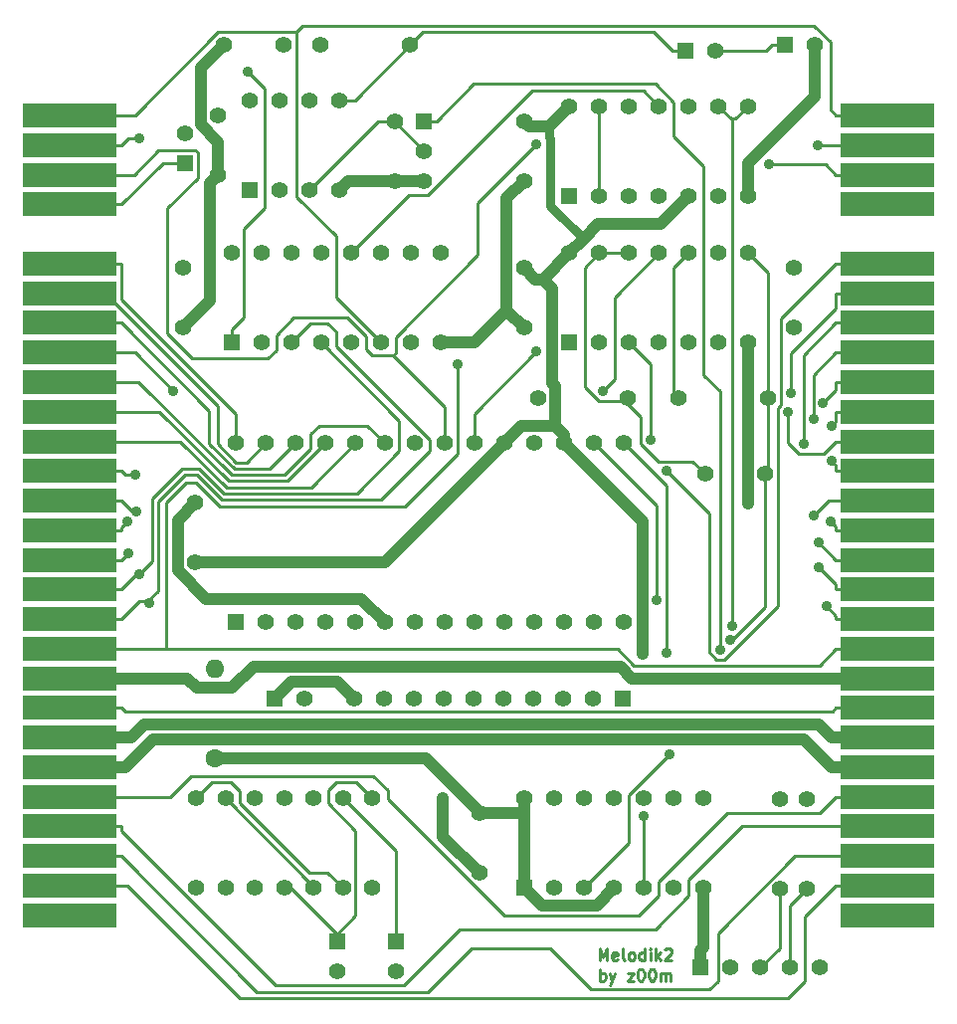
<source format=gtl>
G04 #@! TF.FileFunction,Copper,L1,Top,Signal*
%FSLAX46Y46*%
G04 Gerber Fmt 4.6, Leading zero omitted, Abs format (unit mm)*
G04 Created by KiCad (PCBNEW 4.0.5) date 02/22/17 12:47:00*
%MOMM*%
%LPD*%
G01*
G04 APERTURE LIST*
%ADD10C,0.150000*%
%ADD11C,0.250000*%
%ADD12C,1.600000*%
%ADD13O,1.600000X1.600000*%
%ADD14R,1.397000X1.397000*%
%ADD15C,1.397000*%
%ADD16C,1.422400*%
%ADD17R,8.000000X2.000000*%
%ADD18C,0.889000*%
%ADD19C,1.016000*%
%ADD20C,1.016000*%
%ADD21C,0.254000*%
%ADD22C,0.762000*%
G04 APERTURE END LIST*
D10*
D11*
X155932381Y-126367381D02*
X155932381Y-125367381D01*
X156265715Y-126081667D01*
X156599048Y-125367381D01*
X156599048Y-126367381D01*
X157456191Y-126319762D02*
X157360953Y-126367381D01*
X157170476Y-126367381D01*
X157075238Y-126319762D01*
X157027619Y-126224524D01*
X157027619Y-125843571D01*
X157075238Y-125748333D01*
X157170476Y-125700714D01*
X157360953Y-125700714D01*
X157456191Y-125748333D01*
X157503810Y-125843571D01*
X157503810Y-125938810D01*
X157027619Y-126034048D01*
X158075238Y-126367381D02*
X157980000Y-126319762D01*
X157932381Y-126224524D01*
X157932381Y-125367381D01*
X158599048Y-126367381D02*
X158503810Y-126319762D01*
X158456191Y-126272143D01*
X158408572Y-126176905D01*
X158408572Y-125891190D01*
X158456191Y-125795952D01*
X158503810Y-125748333D01*
X158599048Y-125700714D01*
X158741906Y-125700714D01*
X158837144Y-125748333D01*
X158884763Y-125795952D01*
X158932382Y-125891190D01*
X158932382Y-126176905D01*
X158884763Y-126272143D01*
X158837144Y-126319762D01*
X158741906Y-126367381D01*
X158599048Y-126367381D01*
X159789525Y-126367381D02*
X159789525Y-125367381D01*
X159789525Y-126319762D02*
X159694287Y-126367381D01*
X159503810Y-126367381D01*
X159408572Y-126319762D01*
X159360953Y-126272143D01*
X159313334Y-126176905D01*
X159313334Y-125891190D01*
X159360953Y-125795952D01*
X159408572Y-125748333D01*
X159503810Y-125700714D01*
X159694287Y-125700714D01*
X159789525Y-125748333D01*
X160265715Y-126367381D02*
X160265715Y-125700714D01*
X160265715Y-125367381D02*
X160218096Y-125415000D01*
X160265715Y-125462619D01*
X160313334Y-125415000D01*
X160265715Y-125367381D01*
X160265715Y-125462619D01*
X160741905Y-126367381D02*
X160741905Y-125367381D01*
X160837143Y-125986429D02*
X161122858Y-126367381D01*
X161122858Y-125700714D02*
X160741905Y-126081667D01*
X161503810Y-125462619D02*
X161551429Y-125415000D01*
X161646667Y-125367381D01*
X161884763Y-125367381D01*
X161980001Y-125415000D01*
X162027620Y-125462619D01*
X162075239Y-125557857D01*
X162075239Y-125653095D01*
X162027620Y-125795952D01*
X161456191Y-126367381D01*
X162075239Y-126367381D01*
X155980000Y-128117381D02*
X155980000Y-127117381D01*
X155980000Y-127498333D02*
X156075238Y-127450714D01*
X156265715Y-127450714D01*
X156360953Y-127498333D01*
X156408572Y-127545952D01*
X156456191Y-127641190D01*
X156456191Y-127926905D01*
X156408572Y-128022143D01*
X156360953Y-128069762D01*
X156265715Y-128117381D01*
X156075238Y-128117381D01*
X155980000Y-128069762D01*
X156789524Y-127450714D02*
X157027619Y-128117381D01*
X157265715Y-127450714D02*
X157027619Y-128117381D01*
X156932381Y-128355476D01*
X156884762Y-128403095D01*
X156789524Y-128450714D01*
X158313334Y-127450714D02*
X158837144Y-127450714D01*
X158313334Y-128117381D01*
X158837144Y-128117381D01*
X159408572Y-127117381D02*
X159503811Y-127117381D01*
X159599049Y-127165000D01*
X159646668Y-127212619D01*
X159694287Y-127307857D01*
X159741906Y-127498333D01*
X159741906Y-127736429D01*
X159694287Y-127926905D01*
X159646668Y-128022143D01*
X159599049Y-128069762D01*
X159503811Y-128117381D01*
X159408572Y-128117381D01*
X159313334Y-128069762D01*
X159265715Y-128022143D01*
X159218096Y-127926905D01*
X159170477Y-127736429D01*
X159170477Y-127498333D01*
X159218096Y-127307857D01*
X159265715Y-127212619D01*
X159313334Y-127165000D01*
X159408572Y-127117381D01*
X160360953Y-127117381D02*
X160456192Y-127117381D01*
X160551430Y-127165000D01*
X160599049Y-127212619D01*
X160646668Y-127307857D01*
X160694287Y-127498333D01*
X160694287Y-127736429D01*
X160646668Y-127926905D01*
X160599049Y-128022143D01*
X160551430Y-128069762D01*
X160456192Y-128117381D01*
X160360953Y-128117381D01*
X160265715Y-128069762D01*
X160218096Y-128022143D01*
X160170477Y-127926905D01*
X160122858Y-127736429D01*
X160122858Y-127498333D01*
X160170477Y-127307857D01*
X160218096Y-127212619D01*
X160265715Y-127165000D01*
X160360953Y-127117381D01*
X161122858Y-128117381D02*
X161122858Y-127450714D01*
X161122858Y-127545952D02*
X161170477Y-127498333D01*
X161265715Y-127450714D01*
X161408573Y-127450714D01*
X161503811Y-127498333D01*
X161551430Y-127593571D01*
X161551430Y-128117381D01*
X161551430Y-127593571D02*
X161599049Y-127498333D01*
X161694287Y-127450714D01*
X161837144Y-127450714D01*
X161932382Y-127498333D01*
X161980001Y-127593571D01*
X161980001Y-128117381D01*
D12*
X123190000Y-109220000D03*
D13*
X123190000Y-101600000D03*
D14*
X164550000Y-127000000D03*
D15*
X167090000Y-127000000D03*
X169630000Y-127000000D03*
X172170000Y-127000000D03*
X174710000Y-127000000D03*
D14*
X141000000Y-54960000D03*
D15*
X141000000Y-57500000D03*
X141000000Y-60040000D03*
D14*
X171730000Y-48500000D03*
D15*
X174270000Y-48500000D03*
D14*
X157930000Y-104100000D03*
D15*
X155390000Y-104100000D03*
X152850000Y-104100000D03*
X150310000Y-104100000D03*
X147770000Y-104100000D03*
X145230000Y-104100000D03*
X142690000Y-104100000D03*
X140150000Y-104100000D03*
X137610000Y-104100000D03*
X135070000Y-104100000D03*
X139810000Y-48500000D03*
X132190000Y-48500000D03*
X158310000Y-78500000D03*
X150690000Y-78500000D03*
X162690000Y-78500000D03*
X170310000Y-78500000D03*
X171300000Y-120310000D03*
X171300000Y-112690000D03*
X173600000Y-120310000D03*
X173600000Y-112690000D03*
X121600000Y-112590000D03*
X121600000Y-120210000D03*
X124100000Y-112590000D03*
X124100000Y-120210000D03*
X126600000Y-112590000D03*
X126600000Y-120210000D03*
X131600000Y-120210000D03*
X131600000Y-112590000D03*
X134100000Y-120210000D03*
X134100000Y-112590000D03*
X136600000Y-120210000D03*
X136600000Y-112590000D03*
X129100000Y-112590000D03*
X129100000Y-120210000D03*
D16*
X164960000Y-85000000D03*
X170040000Y-85000000D03*
D14*
X126190000Y-60810000D03*
D15*
X128730000Y-60810000D03*
X131270000Y-60810000D03*
X133810000Y-60810000D03*
X133810000Y-53190000D03*
X131270000Y-53190000D03*
X128730000Y-53190000D03*
X126190000Y-53190000D03*
D14*
X124990000Y-97620000D03*
D15*
X127530000Y-97620000D03*
X130070000Y-97620000D03*
X132610000Y-97620000D03*
X135150000Y-97620000D03*
X137690000Y-97620000D03*
X140230000Y-97620000D03*
X142770000Y-97620000D03*
X145310000Y-97620000D03*
X147850000Y-97620000D03*
X150390000Y-97620000D03*
X152930000Y-97620000D03*
X155470000Y-97620000D03*
X158010000Y-97620000D03*
X158010000Y-82380000D03*
X155470000Y-82380000D03*
X152930000Y-82380000D03*
X150390000Y-82380000D03*
X147850000Y-82380000D03*
X145310000Y-82380000D03*
X142770000Y-82380000D03*
X140230000Y-82380000D03*
X137690000Y-82380000D03*
X135150000Y-82380000D03*
X132610000Y-82380000D03*
X130070000Y-82380000D03*
X127530000Y-82380000D03*
X124990000Y-82380000D03*
D14*
X124610000Y-73810000D03*
D15*
X127150000Y-73810000D03*
X129690000Y-73810000D03*
X132230000Y-73810000D03*
X134770000Y-73810000D03*
X137310000Y-73810000D03*
X139850000Y-73810000D03*
X142390000Y-73810000D03*
X142390000Y-66190000D03*
X139850000Y-66190000D03*
X137310000Y-66190000D03*
X134770000Y-66190000D03*
X132230000Y-66190000D03*
X129690000Y-66190000D03*
X127150000Y-66190000D03*
X124610000Y-66190000D03*
D14*
X149580000Y-120210000D03*
D15*
X152120000Y-120210000D03*
X154660000Y-120210000D03*
X157200000Y-120210000D03*
X159740000Y-120210000D03*
X162280000Y-120210000D03*
X164820000Y-120210000D03*
X164820000Y-112590000D03*
X162280000Y-112590000D03*
X159740000Y-112590000D03*
X157200000Y-112590000D03*
X154660000Y-112590000D03*
X152120000Y-112590000D03*
X149580000Y-112590000D03*
D14*
X153380000Y-73810000D03*
D15*
X155920000Y-73810000D03*
X158460000Y-73810000D03*
X161000000Y-73810000D03*
X163540000Y-73810000D03*
X166080000Y-73810000D03*
X168620000Y-73810000D03*
X168620000Y-66190000D03*
X166080000Y-66190000D03*
X163540000Y-66190000D03*
X161000000Y-66190000D03*
X158460000Y-66190000D03*
X155920000Y-66190000D03*
X153380000Y-66190000D03*
D14*
X153380000Y-61310000D03*
D15*
X155920000Y-61310000D03*
X158460000Y-61310000D03*
X161000000Y-61310000D03*
X163540000Y-61310000D03*
X166080000Y-61310000D03*
X168620000Y-61310000D03*
X168620000Y-53690000D03*
X166080000Y-53690000D03*
X163540000Y-53690000D03*
X161000000Y-53690000D03*
X158460000Y-53690000D03*
X155920000Y-53690000D03*
X153380000Y-53690000D03*
X145700000Y-118940000D03*
X145700000Y-113860000D03*
X121500000Y-87460000D03*
X121500000Y-92540000D03*
X120500000Y-72540000D03*
X120500000Y-67460000D03*
X149500000Y-72540000D03*
X149500000Y-67460000D03*
X123500000Y-59540000D03*
X123500000Y-54460000D03*
X149500000Y-60040000D03*
X149500000Y-54960000D03*
X129040000Y-48500000D03*
X123960000Y-48500000D03*
X138500000Y-54960000D03*
X138500000Y-60040000D03*
X172500000Y-72540000D03*
X172500000Y-67460000D03*
D14*
X163230000Y-49000000D03*
D15*
X165770000Y-49000000D03*
D14*
X138600000Y-124730000D03*
D15*
X138600000Y-127270000D03*
D14*
X133600000Y-124730000D03*
D15*
X133600000Y-127270000D03*
D14*
X128270000Y-104140000D03*
D15*
X130810000Y-104140000D03*
D17*
X110860000Y-54500000D03*
X110860000Y-57020000D03*
X110860000Y-59540000D03*
X110860000Y-62060000D03*
X110860000Y-67100000D03*
X110860000Y-69620000D03*
X110860000Y-72140000D03*
X110860000Y-74660000D03*
X110860000Y-77180000D03*
X110860000Y-79700000D03*
X110860000Y-82220000D03*
X110860000Y-84740000D03*
X110860000Y-87260000D03*
X110860000Y-89780000D03*
X110860000Y-92300000D03*
X110860000Y-94820000D03*
X110860000Y-97340000D03*
X110860000Y-99860000D03*
X110860000Y-102380000D03*
X110860000Y-104900000D03*
X110860000Y-107420000D03*
X110860000Y-109940000D03*
X110860000Y-112460000D03*
X110860000Y-114980000D03*
X110860000Y-117500000D03*
X110860000Y-120020000D03*
X110860000Y-122540000D03*
X180450000Y-54500000D03*
X180450000Y-57020000D03*
X180450000Y-59540000D03*
X180450000Y-62060000D03*
X180450000Y-67100000D03*
X180450000Y-69620000D03*
X180450000Y-72140000D03*
X180450000Y-74660000D03*
X180450000Y-77180000D03*
X180450000Y-79700000D03*
X180450000Y-82220000D03*
X180450000Y-84740000D03*
X180450000Y-87260000D03*
X180450000Y-89780000D03*
X180450000Y-92300000D03*
X180450000Y-94820000D03*
X180450000Y-97340000D03*
X180450000Y-99860000D03*
X180450000Y-102380000D03*
X180450000Y-104900000D03*
X180450000Y-107420000D03*
X180450000Y-109940000D03*
X180450000Y-112460000D03*
X180450000Y-114980000D03*
X180450000Y-117500000D03*
X180450000Y-120020000D03*
X180450000Y-122540000D03*
D14*
X120650000Y-58520000D03*
D15*
X120650000Y-55980000D03*
D18*
X175639000Y-89020500D03*
X115718300Y-89063000D03*
X175697800Y-83905500D03*
X116429700Y-85073600D03*
X174587200Y-92916200D03*
X116769500Y-93509100D03*
X174607100Y-90838400D03*
X115825200Y-91716100D03*
X174179800Y-88487800D03*
X116522700Y-88228300D03*
X175242700Y-96253800D03*
X117623100Y-95955200D03*
X160802000Y-95736400D03*
X143853000Y-75680200D03*
X174545300Y-57039200D03*
X116814800Y-56448100D03*
X125995100Y-50775900D03*
X167276600Y-97905000D03*
X161683200Y-84751700D03*
X172243800Y-78145100D03*
X173323300Y-82461800D03*
X175716300Y-80893800D03*
X171974900Y-79691400D03*
X174976200Y-78923500D03*
X119668400Y-77907700D03*
X174150300Y-80300500D03*
X150539900Y-56951500D03*
X170387500Y-58645600D03*
D19*
X142633300Y-112532000D03*
X168607300Y-87483500D03*
X168622300Y-58543300D03*
X159595100Y-100290100D03*
D18*
X156239700Y-77914200D03*
X166253200Y-99935200D03*
X167054700Y-99075400D03*
X161923100Y-108825100D03*
X159740000Y-114115600D03*
X161635300Y-100218100D03*
X160300600Y-82100200D03*
X150593000Y-74594500D03*
D20*
X116054500Y-107420000D02*
X110860000Y-107420000D01*
X117164000Y-106310500D02*
X116054500Y-107420000D01*
X174578200Y-106310500D02*
X117164000Y-106310500D01*
X175687700Y-107420000D02*
X174578200Y-106310500D01*
X180450000Y-107420000D02*
X175687700Y-107420000D01*
X180450000Y-102380000D02*
X175687700Y-102380000D01*
X120870000Y-102380000D02*
X110860000Y-102380000D01*
X121682200Y-103192200D02*
X120870000Y-102380000D01*
X124683900Y-103192200D02*
X121682200Y-103192200D01*
X126473700Y-101402400D02*
X124683900Y-103192200D01*
X157709700Y-101402400D02*
X126473700Y-101402400D01*
X158687300Y-102380000D02*
X157709700Y-101402400D01*
X175687700Y-102380000D02*
X158687300Y-102380000D01*
D21*
X115241300Y-89540000D02*
X115241300Y-89780000D01*
X115718300Y-89063000D02*
X115241300Y-89540000D01*
X110860000Y-89780000D02*
X115241300Y-89780000D01*
X180450000Y-89780000D02*
X176068700Y-89780000D01*
X176068700Y-89450200D02*
X175639000Y-89020500D01*
X176068700Y-89780000D02*
X176068700Y-89450200D01*
X110860000Y-84740000D02*
X115241300Y-84740000D01*
X115574900Y-85073600D02*
X115241300Y-84740000D01*
X116429700Y-85073600D02*
X115574900Y-85073600D01*
X180450000Y-84740000D02*
X176068700Y-84740000D01*
X176068700Y-84276400D02*
X175697800Y-83905500D01*
X176068700Y-84740000D02*
X176068700Y-84276400D01*
X110860000Y-94820000D02*
X115241300Y-94820000D01*
X180450000Y-94820000D02*
X176068700Y-94820000D01*
X116552200Y-93509100D02*
X115241300Y-94820000D01*
X116769500Y-93509100D02*
X116552200Y-93509100D01*
X176068700Y-94397700D02*
X174587200Y-92916200D01*
X176068700Y-94820000D02*
X176068700Y-94397700D01*
X138909400Y-80489400D02*
X132230000Y-73810000D01*
X138909400Y-83054700D02*
X138909400Y-80489400D01*
X135302800Y-86661300D02*
X138909400Y-83054700D01*
X123987000Y-86661300D02*
X135302800Y-86661300D01*
X121853700Y-84528000D02*
X123987000Y-86661300D01*
X120447900Y-84528000D02*
X121853700Y-84528000D01*
X117870700Y-87105200D02*
X120447900Y-84528000D01*
X117870700Y-92407900D02*
X117870700Y-87105200D01*
X116769500Y-93509100D02*
X117870700Y-92407900D01*
X119381500Y-112460000D02*
X110860000Y-112460000D01*
X121159100Y-110682400D02*
X119381500Y-112460000D01*
X136667000Y-110682400D02*
X121159100Y-110682400D01*
X137897700Y-111913100D02*
X136667000Y-110682400D01*
X137897700Y-112670600D02*
X137897700Y-111913100D01*
X147808700Y-122581600D02*
X137897700Y-112670600D01*
X159282000Y-122581600D02*
X147808700Y-122581600D01*
X161010000Y-120853600D02*
X159282000Y-122581600D01*
X161010000Y-119647400D02*
X161010000Y-120853600D01*
X166821900Y-113835500D02*
X161010000Y-119647400D01*
X174693200Y-113835500D02*
X166821900Y-113835500D01*
X176068700Y-112460000D02*
X174693200Y-113835500D01*
X180450000Y-112460000D02*
X176068700Y-112460000D01*
X110860000Y-92300000D02*
X115241300Y-92300000D01*
X115825200Y-91716100D02*
X115241300Y-92300000D01*
X180450000Y-92300000D02*
X176068700Y-92300000D01*
X176068700Y-92300000D02*
X174607100Y-90838400D01*
X110860000Y-87260000D02*
X115241300Y-87260000D01*
X175407600Y-87260000D02*
X174179800Y-88487800D01*
X180450000Y-87260000D02*
X175407600Y-87260000D01*
X116209600Y-88228300D02*
X116522700Y-88228300D01*
X115241300Y-87260000D02*
X116209600Y-88228300D01*
X110860000Y-97340000D02*
X115241300Y-97340000D01*
X116759300Y-95822000D02*
X117489900Y-95822000D01*
X115241300Y-97340000D02*
X116759300Y-95822000D01*
X117489900Y-95822000D02*
X117623100Y-95955200D01*
X180450000Y-97340000D02*
X176068700Y-97340000D01*
X176068700Y-97079800D02*
X175242700Y-96253800D01*
X176068700Y-97340000D02*
X176068700Y-97079800D01*
X131312300Y-72187700D02*
X129690000Y-73810000D01*
X132806500Y-72187700D02*
X131312300Y-72187700D01*
X133500000Y-72881200D02*
X132806500Y-72187700D01*
X133500000Y-74119900D02*
X133500000Y-72881200D01*
X141471600Y-82091500D02*
X133500000Y-74119900D01*
X141471600Y-83064500D02*
X141471600Y-82091500D01*
X137326500Y-87209600D02*
X141471600Y-83064500D01*
X123816500Y-87209600D02*
X137326500Y-87209600D01*
X121693200Y-85086300D02*
X123816500Y-87209600D01*
X120645400Y-85086300D02*
X121693200Y-85086300D01*
X118379000Y-87352700D02*
X120645400Y-85086300D01*
X118379000Y-94932900D02*
X118379000Y-87352700D01*
X117489900Y-95822000D02*
X118379000Y-94932900D01*
X160802000Y-87712000D02*
X160802000Y-95736400D01*
X155470000Y-82380000D02*
X160802000Y-87712000D01*
X115241300Y-115386000D02*
X115241300Y-114980000D01*
X128375500Y-128520200D02*
X115241300Y-115386000D01*
X139255300Y-128520200D02*
X128375500Y-128520200D01*
X144065800Y-123709700D02*
X139255300Y-128520200D01*
X160679100Y-123709700D02*
X144065800Y-123709700D01*
X163550000Y-120838800D02*
X160679100Y-123709700D01*
X163550000Y-119539100D02*
X163550000Y-120838800D01*
X168109100Y-114980000D02*
X163550000Y-119539100D01*
X180450000Y-114980000D02*
X168109100Y-114980000D01*
X110860000Y-114980000D02*
X115241300Y-114980000D01*
X115561200Y-105219900D02*
X115241300Y-104900000D01*
X175748800Y-105219900D02*
X115561200Y-105219900D01*
X176068700Y-104900000D02*
X175748800Y-105219900D01*
X180450000Y-104900000D02*
X176068700Y-104900000D01*
X110860000Y-104900000D02*
X115241300Y-104900000D01*
X180450000Y-99860000D02*
X176068700Y-99860000D01*
X110860000Y-99860000D02*
X115241300Y-99860000D01*
X115241300Y-99860000D02*
X119093900Y-99860000D01*
X174659400Y-101269300D02*
X176068700Y-99860000D01*
X158870200Y-101269300D02*
X174659400Y-101269300D01*
X157460900Y-99860000D02*
X158870200Y-101269300D01*
X119093900Y-99860000D02*
X157460900Y-99860000D01*
X143853000Y-83318700D02*
X143853000Y-75680200D01*
X139413800Y-87757900D02*
X143853000Y-83318700D01*
X123616000Y-87757900D02*
X139413800Y-87757900D01*
X121623600Y-85765500D02*
X123616000Y-87757900D01*
X120742700Y-85765500D02*
X121623600Y-85765500D01*
X119093900Y-87414300D02*
X120742700Y-85765500D01*
X119093900Y-99860000D02*
X119093900Y-87414300D01*
D20*
X110860000Y-109940000D02*
X115622300Y-109940000D01*
X180450000Y-109940000D02*
X175687700Y-109940000D01*
X173342700Y-107595000D02*
X175687700Y-109940000D01*
X117967300Y-107595000D02*
X173342700Y-107595000D01*
X115622300Y-109940000D02*
X117967300Y-107595000D01*
D21*
X180450000Y-120020000D02*
X176068700Y-120020000D01*
X173439800Y-122648900D02*
X176068700Y-120020000D01*
X173439800Y-128119600D02*
X173439800Y-122648900D01*
X171970900Y-129588500D02*
X173439800Y-128119600D01*
X125320900Y-129588500D02*
X171970900Y-129588500D01*
X115752400Y-120020000D02*
X125320900Y-129588500D01*
X110860000Y-120020000D02*
X115752400Y-120020000D01*
X174564500Y-57020000D02*
X174545300Y-57039200D01*
X180450000Y-57020000D02*
X174564500Y-57020000D01*
X115813200Y-56448100D02*
X115241300Y-57020000D01*
X116814800Y-56448100D02*
X115813200Y-56448100D01*
X110860000Y-57020000D02*
X115241300Y-57020000D01*
X124610000Y-73810000D02*
X124610000Y-72730200D01*
X127429900Y-52210700D02*
X125995100Y-50775900D01*
X127429900Y-62382000D02*
X127429900Y-52210700D01*
X125689800Y-64122100D02*
X127429900Y-62382000D01*
X125689800Y-71650400D02*
X125689800Y-64122100D01*
X124610000Y-72730200D02*
X125689800Y-71650400D01*
X180450000Y-54500000D02*
X176068700Y-54500000D01*
X116396400Y-54500000D02*
X110860000Y-54500000D01*
X123495900Y-47400500D02*
X116396400Y-54500000D01*
X130153700Y-47400500D02*
X123495900Y-47400500D01*
X130690600Y-46863600D02*
X130153700Y-47400500D01*
X174216200Y-46863600D02*
X130690600Y-46863600D01*
X175575500Y-48222900D02*
X174216200Y-46863600D01*
X175575500Y-54006800D02*
X175575500Y-48222900D01*
X176068700Y-54500000D02*
X175575500Y-54006800D01*
X133500000Y-70000000D02*
X137310000Y-73810000D01*
X133500000Y-64768100D02*
X133500000Y-70000000D01*
X130153700Y-61421800D02*
X133500000Y-64768100D01*
X130153700Y-47400500D02*
X130153700Y-61421800D01*
X167276600Y-97905000D02*
X167276600Y-54784600D01*
X167174600Y-54784600D02*
X167276600Y-54784600D01*
X166080000Y-53690000D02*
X167174600Y-54784600D01*
X167525400Y-54784600D02*
X168620000Y-53690000D01*
X167276600Y-54784600D02*
X167525400Y-54784600D01*
X110860000Y-117500000D02*
X115241300Y-117500000D01*
X172567700Y-117500000D02*
X180450000Y-117500000D01*
X166010100Y-124057600D02*
X172567700Y-117500000D01*
X166010100Y-128140600D02*
X166010100Y-124057600D01*
X165290800Y-128859900D02*
X166010100Y-128140600D01*
X155218900Y-128859900D02*
X165290800Y-128859900D01*
X151741200Y-125382200D02*
X155218900Y-128859900D01*
X145038300Y-125382200D02*
X151741200Y-125382200D01*
X141358800Y-129061700D02*
X145038300Y-125382200D01*
X126803000Y-129061700D02*
X141358800Y-129061700D01*
X115241300Y-117500000D02*
X126803000Y-129061700D01*
X180450000Y-67100000D02*
X176068700Y-67100000D01*
X165303800Y-88372300D02*
X161683200Y-84751700D01*
X165303800Y-100155600D02*
X165303800Y-88372300D01*
X165909200Y-100761000D02*
X165303800Y-100155600D01*
X166595300Y-100761000D02*
X165909200Y-100761000D01*
X171149100Y-96207200D02*
X166595300Y-100761000D01*
X171149100Y-79349400D02*
X171149100Y-96207200D01*
X171390000Y-79108500D02*
X171149100Y-79349400D01*
X171390000Y-71778700D02*
X171390000Y-79108500D01*
X176068700Y-67100000D02*
X171390000Y-71778700D01*
X115241300Y-70126600D02*
X115241300Y-67100000D01*
X124990000Y-79875300D02*
X115241300Y-70126600D01*
X124990000Y-82380000D02*
X124990000Y-79875300D01*
X110860000Y-67100000D02*
X115241300Y-67100000D01*
X180450000Y-69620000D02*
X176068700Y-69620000D01*
X172243800Y-74757000D02*
X172243800Y-78145100D01*
X176068700Y-70932100D02*
X172243800Y-74757000D01*
X176068700Y-69620000D02*
X176068700Y-70932100D01*
X113887100Y-69620000D02*
X110860000Y-69620000D01*
X123460100Y-79193000D02*
X113887100Y-69620000D01*
X123460100Y-82470100D02*
X123460100Y-79193000D01*
X124989700Y-83999700D02*
X123460100Y-82470100D01*
X125910300Y-83999700D02*
X124989700Y-83999700D01*
X127530000Y-82380000D02*
X125910300Y-83999700D01*
X180450000Y-72140000D02*
X176068700Y-72140000D01*
X173323300Y-74885400D02*
X173323300Y-82461800D01*
X176068700Y-72140000D02*
X173323300Y-74885400D01*
X110860000Y-72140000D02*
X115241300Y-72140000D01*
X127861900Y-84588100D02*
X130070000Y-82380000D01*
X124859100Y-84588100D02*
X127861900Y-84588100D01*
X122708400Y-82437400D02*
X124859100Y-84588100D01*
X122708400Y-79607100D02*
X122708400Y-82437400D01*
X115241300Y-72140000D02*
X122708400Y-79607100D01*
X176068700Y-80541400D02*
X175716300Y-80893800D01*
X176068700Y-79700000D02*
X176068700Y-80541400D01*
X180450000Y-79700000D02*
X176068700Y-79700000D01*
X129385300Y-85604700D02*
X132610000Y-82380000D01*
X124408200Y-85604700D02*
X129385300Y-85604700D01*
X118503500Y-79700000D02*
X124408200Y-85604700D01*
X110860000Y-79700000D02*
X118503500Y-79700000D01*
X180450000Y-82220000D02*
X176068700Y-82220000D01*
X171974900Y-82343600D02*
X171974900Y-79691400D01*
X172936200Y-83304900D02*
X171974900Y-82343600D01*
X174983800Y-83304900D02*
X172936200Y-83304900D01*
X176068700Y-82220000D02*
X174983800Y-83304900D01*
X131387000Y-86143000D02*
X135150000Y-82380000D01*
X124187700Y-86143000D02*
X131387000Y-86143000D01*
X120264700Y-82220000D02*
X124187700Y-86143000D01*
X110860000Y-82220000D02*
X120264700Y-82220000D01*
X110860000Y-77180000D02*
X115241300Y-77180000D01*
X180450000Y-77180000D02*
X176068700Y-77180000D01*
X176068700Y-77831000D02*
X174976200Y-78923500D01*
X176068700Y-77180000D02*
X176068700Y-77831000D01*
X136190000Y-80880000D02*
X137690000Y-82380000D01*
X132063900Y-80880000D02*
X136190000Y-80880000D01*
X131340000Y-81603900D02*
X132063900Y-80880000D01*
X131340000Y-82866900D02*
X131340000Y-81603900D01*
X129110500Y-85096400D02*
X131340000Y-82866900D01*
X124618700Y-85096400D02*
X129110500Y-85096400D01*
X116702300Y-77180000D02*
X124618700Y-85096400D01*
X115241300Y-77180000D02*
X116702300Y-77180000D01*
X116420700Y-74660000D02*
X110860000Y-74660000D01*
X119668400Y-77907700D02*
X116420700Y-74660000D01*
X180450000Y-74660000D02*
X176068700Y-74660000D01*
X174150300Y-76578400D02*
X174150300Y-80300500D01*
X176068700Y-74660000D02*
X174150300Y-76578400D01*
X136570000Y-74911900D02*
X138389700Y-74911900D01*
X136040000Y-74381900D02*
X136570000Y-74911900D01*
X136040000Y-73275200D02*
X136040000Y-74381900D01*
X134433600Y-71668800D02*
X136040000Y-73275200D01*
X129930700Y-71668800D02*
X134433600Y-71668800D01*
X128420000Y-73179500D02*
X129930700Y-71668800D01*
X128420000Y-74434200D02*
X128420000Y-73179500D01*
X127711700Y-75142500D02*
X128420000Y-74434200D01*
X121262600Y-75142500D02*
X127711700Y-75142500D01*
X119144600Y-73024500D02*
X121262600Y-75142500D01*
X119144600Y-62368300D02*
X119144600Y-73024500D01*
X121729900Y-59783000D02*
X119144600Y-62368300D01*
X121729900Y-57636900D02*
X121729900Y-59783000D01*
X121522800Y-57429800D02*
X121729900Y-57636900D01*
X118418000Y-57429800D02*
X121522800Y-57429800D01*
X116307800Y-59540000D02*
X118418000Y-57429800D01*
X110860000Y-59540000D02*
X116307800Y-59540000D01*
X142770000Y-79292200D02*
X142770000Y-82380000D01*
X138389700Y-74911900D02*
X142770000Y-79292200D01*
X145592400Y-61899000D02*
X150539900Y-56951500D01*
X145592400Y-66377000D02*
X145592400Y-61899000D01*
X138580000Y-73389400D02*
X145592400Y-66377000D01*
X138580000Y-74721600D02*
X138580000Y-73389400D01*
X138389700Y-74911900D02*
X138580000Y-74721600D01*
X175174300Y-58645600D02*
X176068700Y-59540000D01*
X170387500Y-58645600D02*
X175174300Y-58645600D01*
X180450000Y-59540000D02*
X176068700Y-59540000D01*
X110860000Y-62060000D02*
X115241300Y-62060000D01*
X118781300Y-58520000D02*
X120650000Y-58520000D01*
X115241300Y-62060000D02*
X118781300Y-58520000D01*
D20*
X142633300Y-115873300D02*
X145700000Y-118940000D01*
X142633300Y-112532000D02*
X142633300Y-115873300D01*
X135684600Y-95614600D02*
X137690000Y-97620000D01*
X122471500Y-95614600D02*
X135684600Y-95614600D01*
X120037200Y-93180300D02*
X122471500Y-95614600D01*
X120037200Y-88922800D02*
X120037200Y-93180300D01*
X121500000Y-87460000D02*
X120037200Y-88922800D01*
X148029700Y-61510300D02*
X148029700Y-71069700D01*
X149500000Y-60040000D02*
X148029700Y-61510300D01*
X148029700Y-71069700D02*
X149500000Y-72540000D01*
X164820000Y-125269200D02*
X164550000Y-125539200D01*
X164820000Y-120210000D02*
X164820000Y-125269200D01*
X164550000Y-127000000D02*
X164550000Y-125539200D01*
X145289400Y-73810000D02*
X148029700Y-71069700D01*
X142390000Y-73810000D02*
X145289400Y-73810000D01*
X134580000Y-60040000D02*
X133810000Y-60810000D01*
X138500000Y-60040000D02*
X134580000Y-60040000D01*
X141000000Y-60040000D02*
X138500000Y-60040000D01*
X168566400Y-87442600D02*
X168607300Y-87483500D01*
X168566400Y-73863600D02*
X168566400Y-87442600D01*
X168620000Y-73810000D02*
X168566400Y-73863600D01*
X168620000Y-58545600D02*
X168622300Y-58543300D01*
X168620000Y-61310000D02*
X168620000Y-58545600D01*
X174270000Y-52895600D02*
X174270000Y-48500000D01*
X168622300Y-58543300D02*
X174270000Y-52895600D01*
X123500000Y-56764000D02*
X123500000Y-59540000D01*
X122029300Y-55293300D02*
X123500000Y-56764000D01*
X122029300Y-50430700D02*
X122029300Y-55293300D01*
X123960000Y-48500000D02*
X122029300Y-50430700D01*
X122796800Y-70243200D02*
X120500000Y-72540000D01*
X122796800Y-60243200D02*
X122796800Y-70243200D01*
X123500000Y-59540000D02*
X122796800Y-60243200D01*
X151059300Y-121689300D02*
X149580000Y-120210000D01*
X155720700Y-121689300D02*
X151059300Y-121689300D01*
X157200000Y-120210000D02*
X155720700Y-121689300D01*
X152930000Y-81687700D02*
X152930000Y-82380000D01*
X152161400Y-80919100D02*
X152930000Y-81687700D01*
X145700000Y-113784200D02*
X145700000Y-113860000D01*
X141135800Y-109220000D02*
X145700000Y-113784200D01*
X123190000Y-109220000D02*
X141135800Y-109220000D01*
X149580000Y-113860000D02*
X145700000Y-113860000D01*
X149580000Y-112590000D02*
X149580000Y-113860000D01*
X149580000Y-113860000D02*
X149580000Y-120210000D01*
X149310900Y-80919100D02*
X147850000Y-82380000D01*
X152161400Y-80919100D02*
X149310900Y-80919100D01*
X137690000Y-92540000D02*
X121500000Y-92540000D01*
X147850000Y-82380000D02*
X137690000Y-92540000D01*
X152161400Y-77557400D02*
X152161400Y-80919100D01*
X151905200Y-77301200D02*
X152161400Y-77557400D01*
X151905200Y-69246400D02*
X151905200Y-77301200D01*
X151114400Y-68455600D02*
X151905200Y-69246400D01*
X150495600Y-68455600D02*
X151114400Y-68455600D01*
X149500000Y-67460000D02*
X150495600Y-68455600D01*
X151114400Y-68455600D02*
X153380000Y-66190000D01*
X153380000Y-53690000D02*
X151679700Y-55390300D01*
X149930300Y-55390300D02*
X149500000Y-54960000D01*
X151679700Y-55390300D02*
X149930300Y-55390300D01*
X155820000Y-63750000D02*
X154581700Y-64988300D01*
X161100000Y-63750000D02*
X155820000Y-63750000D01*
X163540000Y-61310000D02*
X161100000Y-63750000D01*
X154581700Y-64988300D02*
X153380000Y-66190000D01*
D22*
X151679700Y-56384600D02*
X151679700Y-55390300D01*
X154581700Y-64988300D02*
X151746700Y-62153400D01*
X151746700Y-62153400D02*
X151746700Y-56451600D01*
X151746700Y-56451600D02*
X151679700Y-56384600D01*
D20*
X133642800Y-102672800D02*
X135070000Y-104100000D01*
X129737200Y-102672800D02*
X133642800Y-102672800D01*
X128270000Y-104140000D02*
X129737200Y-102672800D01*
X159595100Y-89045100D02*
X159595100Y-100290100D01*
X152930000Y-82380000D02*
X159595100Y-89045100D01*
D21*
X157230200Y-76923700D02*
X156239700Y-77914200D01*
X157230200Y-69959800D02*
X157230200Y-76923700D01*
X161000000Y-66190000D02*
X157230200Y-69959800D01*
X162277500Y-78087500D02*
X162690000Y-78500000D01*
X162277500Y-67452500D02*
X162277500Y-78087500D01*
X163540000Y-66190000D02*
X162277500Y-67452500D01*
X133600000Y-124730000D02*
X133600000Y-124190100D01*
X129619900Y-120210000D02*
X129100000Y-120210000D01*
X133600000Y-124190100D02*
X129619900Y-120210000D01*
X135250800Y-111240800D02*
X136600000Y-112590000D01*
X133564100Y-111240800D02*
X135250800Y-111240800D01*
X132879900Y-111925000D02*
X133564100Y-111240800D01*
X132879900Y-113021100D02*
X132879900Y-111925000D01*
X135185900Y-115327100D02*
X132879900Y-113021100D01*
X135185900Y-122604200D02*
X135185900Y-115327100D01*
X133600000Y-124190100D02*
X135185900Y-122604200D01*
X138600000Y-117090000D02*
X138600000Y-124730000D01*
X134100000Y-112590000D02*
X138600000Y-117090000D01*
X137080000Y-55000000D02*
X138500000Y-55000000D01*
X131270000Y-60810000D02*
X137080000Y-55000000D01*
X138500000Y-54960000D02*
X138500000Y-55000000D01*
X138500000Y-55000000D02*
X141000000Y-57500000D01*
X135120000Y-53190000D02*
X133810000Y-53190000D01*
X139810000Y-48500000D02*
X135120000Y-53190000D01*
X163230000Y-49000000D02*
X162150200Y-49000000D01*
X160529900Y-47379700D02*
X162150200Y-49000000D01*
X140930300Y-47379700D02*
X160529900Y-47379700D01*
X139810000Y-48500000D02*
X140930300Y-47379700D01*
X170150200Y-49000000D02*
X170650200Y-48500000D01*
X165770000Y-49000000D02*
X170150200Y-49000000D01*
X171730000Y-48500000D02*
X170650200Y-48500000D01*
X171300000Y-125330000D02*
X169630000Y-127000000D01*
X171300000Y-120310000D02*
X171300000Y-125330000D01*
X172170000Y-121740000D02*
X172170000Y-127000000D01*
X173600000Y-120310000D02*
X172170000Y-121740000D01*
X145231400Y-51808400D02*
X142079800Y-54960000D01*
X160705000Y-51808400D02*
X145231400Y-51808400D01*
X162270000Y-53373400D02*
X160705000Y-51808400D01*
X162270000Y-56238600D02*
X162270000Y-53373400D01*
X164810000Y-58778600D02*
X162270000Y-56238600D01*
X164810000Y-76591400D02*
X164810000Y-58778600D01*
X166203100Y-77984500D02*
X164810000Y-76591400D01*
X166203100Y-99885100D02*
X166203100Y-77984500D01*
X166253200Y-99935200D02*
X166203100Y-99885100D01*
X141000000Y-54960000D02*
X142079800Y-54960000D01*
X155920000Y-66190000D02*
X158460000Y-66190000D01*
X155880700Y-78753200D02*
X158056800Y-78753200D01*
X154692100Y-77564600D02*
X155880700Y-78753200D01*
X154692100Y-67417900D02*
X154692100Y-77564600D01*
X155920000Y-66190000D02*
X154692100Y-67417900D01*
X158056800Y-78753200D02*
X158310000Y-78500000D01*
X163885900Y-83925900D02*
X164960000Y-85000000D01*
X160958500Y-83925900D02*
X163885900Y-83925900D01*
X159474800Y-82442200D02*
X160958500Y-83925900D01*
X159474800Y-80171200D02*
X159474800Y-82442200D01*
X158056800Y-78753200D02*
X159474800Y-80171200D01*
X170310000Y-67880000D02*
X170310000Y-78500000D01*
X168620000Y-66190000D02*
X170310000Y-67880000D01*
X170310000Y-84730000D02*
X170040000Y-85000000D01*
X170310000Y-78500000D02*
X170310000Y-84730000D01*
X158470000Y-112278200D02*
X161923100Y-108825100D01*
X158470000Y-116400000D02*
X158470000Y-112278200D01*
X154660000Y-120210000D02*
X158470000Y-116400000D01*
X170040000Y-96309500D02*
X170040000Y-85000000D01*
X167274100Y-99075400D02*
X170040000Y-96309500D01*
X167054700Y-99075400D02*
X167274100Y-99075400D01*
X132781300Y-118891300D02*
X134100000Y-120210000D01*
X131213100Y-118891300D02*
X132781300Y-118891300D01*
X125350000Y-113028200D02*
X131213100Y-118891300D01*
X125350000Y-112003000D02*
X125350000Y-113028200D01*
X124587800Y-111240800D02*
X125350000Y-112003000D01*
X122949200Y-111240800D02*
X124587800Y-111240800D01*
X121600000Y-112590000D02*
X122949200Y-111240800D01*
X131600000Y-120090000D02*
X131600000Y-120210000D01*
X124100000Y-112590000D02*
X131600000Y-120090000D01*
X161635300Y-86005300D02*
X161635300Y-100218100D01*
X158010000Y-82380000D02*
X161635300Y-86005300D01*
X159740000Y-120210000D02*
X159740000Y-114115600D01*
X160300600Y-75650600D02*
X160300600Y-82100200D01*
X158460000Y-73810000D02*
X160300600Y-75650600D01*
X145310000Y-79877500D02*
X145310000Y-82380000D01*
X150593000Y-74594500D02*
X145310000Y-79877500D01*
X159719800Y-52409800D02*
X161000000Y-53690000D01*
X150229500Y-52409800D02*
X159719800Y-52409800D01*
X141364700Y-61274600D02*
X150229500Y-52409800D01*
X139685400Y-61274600D02*
X141364700Y-61274600D01*
X134770000Y-66190000D02*
X139685400Y-61274600D01*
X155920000Y-53690000D02*
X155920000Y-61310000D01*
M02*

</source>
